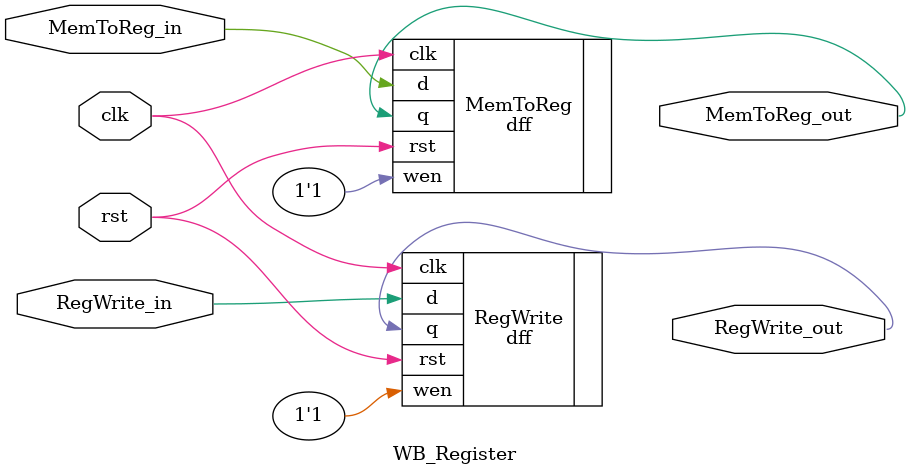
<source format=sv>
module EX_Register(clk, rst, ALUSrc_in, ALUOp_in, ALUSrc_out, ALUOp_out);
input clk,rst;
input ALUSrc_in;
input [3:0] ALUOp_in;

output ALUSrc_out;
output [3:0] ALUOp_out; 

dff 		ALUSrc(.q(ALUSrc_out), .d(ALUSrc_in), .wen(1'b1), .clk(clk), .rst(rst));
dff_4bit	ALUOp(.q(ALUOp_out),  .d(ALUOp_in), .wen(1'b1), .clk(clk), .rst(rst));


endmodule

module M_Register(clk, rst, MemRead_in, MemWrite_in, MemRead_out, MemWrite_out);
input clk,rst;
input MemRead_in,MemWrite_in;

output MemRead_out, MemWrite_out;

dff 	MemRead(.q(MemRead_out), .d(MemRead_in), .wen(1'b1), .clk(clk), .rst(rst)),
	MemWrite(.q(MemWrite_out), .d(MemWrite_in), .wen(1'b1), .clk(clk), .rst(rst));

endmodule

module WB_Register(clk, rst, RegWrite_in, MemToReg_in, RegWrite_out, MemToReg_out);
input clk,rst;
input RegWrite_in,MemToReg_in;

output RegWrite_out,MemToReg_out;

dff 	RegWrite(.q(RegWrite_out), .d(RegWrite_in), .wen(1'b1), .clk(clk), .rst(rst)),
	MemToReg(.q(MemToReg_out), .d(MemToReg_in), .wen(1'b1), .clk(clk), .rst(rst));

endmodule

</source>
